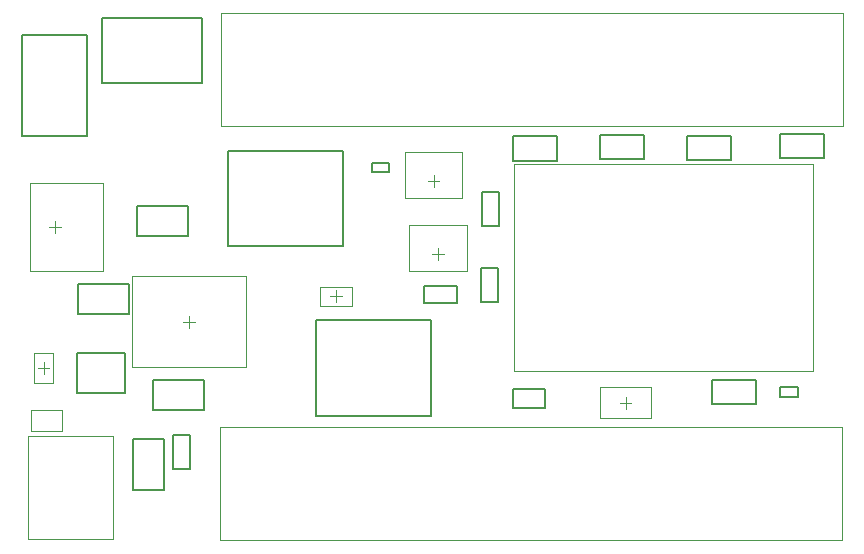
<source format=gbr>
G04*
G04 #@! TF.GenerationSoftware,Altium Limited,Altium Designer,24.1.2 (44)*
G04*
G04 Layer_Color=32768*
%FSLAX44Y44*%
%MOMM*%
G71*
G04*
G04 #@! TF.SameCoordinates,5DE7BCAC-930E-4ACC-850D-064FDCF0EFED*
G04*
G04*
G04 #@! TF.FilePolarity,Positive*
G04*
G01*
G75*
%ADD11C,0.2000*%
%ADD71C,0.1000*%
%ADD72C,0.0500*%
D11*
X68485Y389966D02*
X153485D01*
X68485D02*
Y444966D01*
X153485D01*
Y389966D02*
Y444966D01*
X55600Y345327D02*
Y430326D01*
X600Y345327D02*
X55600D01*
X600D02*
Y430326D01*
X55600D01*
X91381Y194229D02*
Y219791D01*
X48319D02*
X91381D01*
X48319Y194229D02*
Y219791D01*
Y194229D02*
X91381D01*
X141223Y260208D02*
Y285770D01*
X98161D02*
X141223D01*
X98161Y260208D02*
Y285770D01*
Y260208D02*
X141223D01*
X47224Y127120D02*
Y161120D01*
Y127120D02*
X87931D01*
Y161120D01*
X47224D02*
X87931D01*
X111819Y112949D02*
Y138511D01*
Y112949D02*
X154881D01*
Y138511D01*
X111819D02*
X154881D01*
X95169Y45779D02*
X120731D01*
Y88841D01*
X95169D02*
X120731D01*
X95169Y45779D02*
Y88841D01*
X128829Y92030D02*
X142951D01*
X128829Y62909D02*
Y92030D01*
Y62909D02*
X142951D01*
Y92030D01*
X443690Y115190D02*
Y131190D01*
X416607D02*
X443690D01*
X416607Y115190D02*
Y131190D01*
Y115190D02*
X443690D01*
X642240Y124270D02*
X658240D01*
X642240D02*
Y132270D01*
X658240D01*
Y124270D02*
Y132270D01*
X249700Y189090D02*
X347200D01*
Y108090D02*
Y189090D01*
X249700Y108090D02*
X347200D01*
X249700D02*
Y189090D01*
X489877Y346200D02*
X527535D01*
Y325579D02*
Y346200D01*
X489877Y325579D02*
X527535D01*
X489877D02*
Y346200D01*
X584955Y117959D02*
X622613D01*
X584955D02*
Y138581D01*
X622613D01*
Y117959D02*
Y138581D01*
X563781Y324880D02*
X601439D01*
X563781D02*
Y345502D01*
X601439D01*
Y324880D02*
Y345502D01*
X642465Y326277D02*
X680123D01*
X642465D02*
Y346898D01*
X680123D01*
Y326277D02*
Y346898D01*
X175453Y251842D02*
Y332842D01*
Y251842D02*
X272954D01*
Y332842D01*
X175453D02*
X272954D01*
X390019Y297674D02*
X404640D01*
X390019Y269016D02*
Y297674D01*
Y269016D02*
X404640D01*
Y297674D01*
X369463Y203509D02*
Y218131D01*
X340805D02*
X369463D01*
X340805Y203509D02*
Y218131D01*
Y203509D02*
X369463D01*
X389320Y233599D02*
X403941D01*
X389320Y204941D02*
Y233599D01*
Y204941D02*
X403941D01*
Y233599D01*
X416436Y324182D02*
Y344804D01*
Y324182D02*
X454094D01*
Y344804D01*
X416436D02*
X454094D01*
X297226Y315020D02*
Y322520D01*
Y315020D02*
X311951D01*
Y322520D01*
X297226D02*
X311951D01*
D71*
X142240Y182960D02*
Y192960D01*
X137240Y187960D02*
X147240D01*
X19050Y143590D02*
Y153590D01*
X14050Y148590D02*
X24050D01*
X506810Y119380D02*
X516810D01*
X511810Y114380D02*
Y124380D01*
X266700Y204550D02*
Y214550D01*
X261700Y209550D02*
X271700D01*
X344250Y307340D02*
X354250D01*
X349250Y302340D02*
Y312340D01*
X348060Y245110D02*
X358060D01*
X353060Y240110D02*
Y250110D01*
D72*
X29030Y263090D02*
Y273090D01*
X24030Y268090D02*
X34030D01*
X69530Y230590D02*
Y305590D01*
X7780Y230590D02*
X69530D01*
X7780D02*
Y305590D01*
X69530D01*
X94240Y149460D02*
X190240D01*
X94240Y226460D02*
X190240D01*
Y149460D02*
Y226460D01*
X94240Y149460D02*
Y226460D01*
X11050Y161590D02*
X27050D01*
X11050Y135590D02*
X27050D01*
Y161590D01*
X11050Y135590D02*
Y161590D01*
X34590Y95390D02*
Y112890D01*
X8590D02*
X34590D01*
X8590Y95390D02*
Y112890D01*
Y95390D02*
X34590D01*
X78200Y3660D02*
Y90960D01*
X5700Y3660D02*
X78200D01*
X5700D02*
Y90960D01*
X78200D01*
X533310Y106380D02*
Y132380D01*
X490310Y106380D02*
Y132380D01*
Y106380D02*
X533310D01*
X490310Y132380D02*
X533310D01*
X253200Y217550D02*
X280200D01*
X253200Y201550D02*
X280200D01*
X253200D02*
Y217550D01*
X280200Y201550D02*
Y217550D01*
X169006Y353168D02*
X696006D01*
X169006D02*
Y449168D01*
X696006D01*
Y353168D02*
Y449168D01*
X168337Y98647D02*
X695337D01*
Y2648D02*
Y98647D01*
X168337Y2648D02*
X695337D01*
X168337D02*
Y98647D01*
X324750Y331840D02*
X373750D01*
X324750Y292990D02*
Y331840D01*
X373750Y292990D02*
Y331840D01*
X324750Y292990D02*
X373750D01*
X328560Y269610D02*
X377560D01*
X328560Y230760D02*
Y269610D01*
X377560Y230760D02*
Y269610D01*
X328560Y230760D02*
X377560D01*
X670770Y146110D02*
Y321110D01*
X417020D02*
X670770D01*
X417020Y146110D02*
Y321110D01*
Y146110D02*
X670770D01*
M02*

</source>
